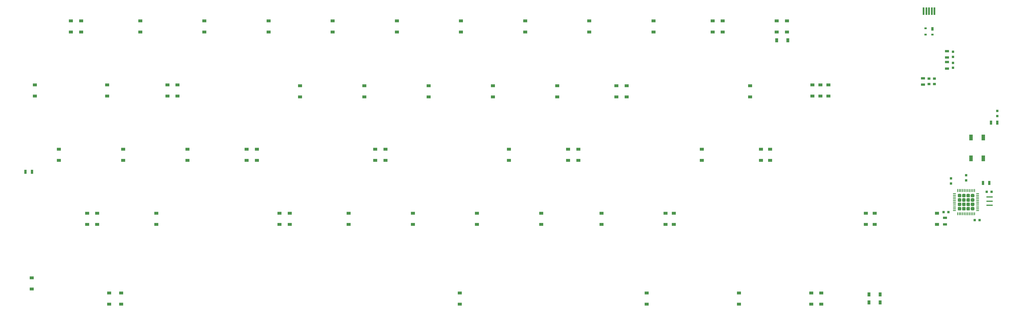
<source format=gbr>
%TF.GenerationSoftware,KiCad,Pcbnew,(5.1.10)-1*%
%TF.CreationDate,2022-05-31T16:30:17+07:00*%
%TF.ProjectId,Leopold Replacement,4c656f70-6f6c-4642-9052-65706c616365,rev?*%
%TF.SameCoordinates,Original*%
%TF.FileFunction,Paste,Bot*%
%TF.FilePolarity,Positive*%
%FSLAX46Y46*%
G04 Gerber Fmt 4.6, Leading zero omitted, Abs format (unit mm)*
G04 Created by KiCad (PCBNEW (5.1.10)-1) date 2022-05-31 16:30:17*
%MOMM*%
%LPD*%
G01*
G04 APERTURE LIST*
%ADD10R,0.950000X0.800000*%
%ADD11R,1.300000X0.700000*%
%ADD12R,1.200000X0.900000*%
%ADD13R,0.900000X1.200000*%
%ADD14R,0.700000X1.300000*%
%ADD15R,0.750000X0.800000*%
%ADD16R,1.900000X0.400000*%
%ADD17R,0.500000X2.250000*%
%ADD18R,0.700000X0.600000*%
%ADD19R,0.700000X1.000000*%
%ADD20R,1.100000X1.800000*%
%ADD21R,0.800000X0.750000*%
G04 APERTURE END LIST*
D10*
%TO.C,R4*%
X291704840Y-25964220D03*
X291704840Y-27614220D03*
%TD*%
%TO.C,R3*%
X293304840Y-25964220D03*
X293304840Y-27614220D03*
%TD*%
D11*
%TO.C,R9*%
X289918892Y-27739220D03*
X289918892Y-25839220D03*
%TD*%
D12*
%TO.C,D46*%
X238720932Y-28115800D03*
X238720932Y-31415800D03*
%TD*%
%TO.C,D42*%
X202120932Y-28115800D03*
X202120932Y-31415800D03*
%TD*%
%TO.C,D38*%
X199120932Y-28115800D03*
X199120932Y-31415800D03*
%TD*%
%TO.C,D34*%
X181570932Y-28115800D03*
X181570932Y-31415800D03*
%TD*%
%TO.C,D30*%
X162520932Y-28115800D03*
X162520932Y-31415800D03*
%TD*%
%TO.C,D26*%
X143470932Y-28115800D03*
X143470932Y-31415800D03*
%TD*%
%TO.C,D22*%
X124420932Y-28115800D03*
X124420932Y-31415800D03*
%TD*%
%TO.C,D18*%
X105370932Y-28115800D03*
X105370932Y-31415800D03*
%TD*%
%TO.C,D14*%
X69056656Y-27818142D03*
X69056656Y-31118142D03*
%TD*%
%TO.C,D10*%
X66080076Y-27818142D03*
X66080076Y-31118142D03*
%TD*%
%TO.C,D6*%
X48220596Y-27818142D03*
X48220596Y-31118142D03*
%TD*%
%TO.C,D2*%
X26789220Y-27818142D03*
X26789220Y-31118142D03*
%TD*%
%TO.C,D50*%
X257176512Y-27818142D03*
X257176512Y-31118142D03*
%TD*%
%TO.C,D51*%
X244674876Y-46868254D03*
X244674876Y-50168254D03*
%TD*%
D13*
%TO.C,D61*%
X249896772Y-14585242D03*
X246596772Y-14585242D03*
%TD*%
D12*
%TO.C,D62*%
X261939040Y-27818142D03*
X261939040Y-31118142D03*
%TD*%
D14*
%TO.C,R7*%
X312002610Y-38993198D03*
X310102610Y-38993198D03*
%TD*%
D11*
%TO.C,R2*%
X297062684Y-22976692D03*
X297062684Y-21076692D03*
%TD*%
%TO.C,R1*%
X297062684Y-19702454D03*
X297062684Y-17802454D03*
%TD*%
D15*
%TO.C,C8*%
X311945584Y-35564276D03*
X311945584Y-37064276D03*
%TD*%
%TO.C,C3*%
X298848632Y-21276692D03*
X298848632Y-22776692D03*
%TD*%
%TO.C,C2*%
X298848632Y-18002454D03*
X298848632Y-19502454D03*
%TD*%
%TO.C,C6*%
X302718186Y-54614388D03*
X302718186Y-56114388D03*
%TD*%
D12*
%TO.C,D3*%
X33934244Y-46868254D03*
X33934244Y-50168254D03*
%TD*%
%TO.C,D7*%
X52984244Y-46868254D03*
X52984244Y-50168254D03*
%TD*%
%TO.C,D43*%
X224434244Y-46868254D03*
X224434244Y-50168254D03*
%TD*%
%TO.C,D31*%
X167284244Y-46868254D03*
X167284244Y-50168254D03*
%TD*%
%TO.C,D27*%
X130684244Y-46868254D03*
X130684244Y-50168254D03*
%TD*%
%TO.C,D11*%
X72034244Y-46868254D03*
X72034244Y-50168254D03*
%TD*%
%TO.C,D23*%
X127684244Y-46868254D03*
X127684244Y-50168254D03*
%TD*%
%TO.C,D35*%
X184834244Y-46868254D03*
X184834244Y-50168254D03*
%TD*%
%TO.C,D15*%
X89584244Y-46868254D03*
X89584244Y-50168254D03*
%TD*%
%TO.C,D39*%
X187834244Y-46868254D03*
X187834244Y-50168254D03*
%TD*%
%TO.C,D47*%
X241995954Y-46868254D03*
X241995954Y-50168254D03*
%TD*%
%TO.C,D19*%
X92584244Y-46868254D03*
X92584244Y-50168254D03*
%TD*%
D16*
%TO.C,Y1*%
X309718186Y-61057760D03*
X309718186Y-62257760D03*
X309718186Y-63457760D03*
%TD*%
D17*
%TO.C,J1*%
X290150000Y-6000000D03*
X290950000Y-6000000D03*
X291750000Y-6000000D03*
X292550000Y-6000000D03*
X293350000Y-6000000D03*
%TD*%
D12*
%TO.C,D44*%
X213717367Y-65885000D03*
X213717367Y-69185000D03*
%TD*%
%TO.C,D40*%
X194707367Y-65885000D03*
X194707367Y-69185000D03*
%TD*%
D18*
%TO.C,U1*%
X290750000Y-12950000D03*
X292750000Y-12950000D03*
X290750000Y-11050000D03*
D19*
X292750000Y-11250000D03*
%TD*%
D12*
%TO.C,D70*%
X152698554Y-89433348D03*
X152698554Y-92733348D03*
%TD*%
%TO.C,D69*%
X256878854Y-89433348D03*
X256878854Y-92733348D03*
%TD*%
%TO.C,D68*%
X235447478Y-89433348D03*
X235447478Y-92733348D03*
%TD*%
%TO.C,D67*%
X208062942Y-89433348D03*
X208062942Y-92733348D03*
%TD*%
D13*
%TO.C,D66*%
X277281308Y-92273980D03*
X273981308Y-92273980D03*
%TD*%
%TO.C,D65*%
X277281308Y-89892716D03*
X273981308Y-89892716D03*
%TD*%
D12*
%TO.C,D64*%
X259855434Y-89433348D03*
X259855434Y-92733348D03*
%TD*%
%TO.C,D63*%
X52387808Y-89433348D03*
X52387808Y-92733348D03*
%TD*%
%TO.C,D60*%
X48815912Y-89433348D03*
X48815912Y-92733348D03*
%TD*%
%TO.C,D59*%
X25844500Y-84968478D03*
X25844500Y-88268478D03*
%TD*%
D20*
%TO.C,SW1*%
X304150000Y-49600000D03*
X307850000Y-43400000D03*
X307850000Y-49600000D03*
X304150000Y-43400000D03*
%TD*%
D12*
%TO.C,D24*%
X119812500Y-65885000D03*
X119812500Y-69185000D03*
%TD*%
%TO.C,D20*%
X99302500Y-65885000D03*
X99302500Y-69185000D03*
%TD*%
%TO.C,D28*%
X138822500Y-65885000D03*
X138822500Y-69185000D03*
%TD*%
%TO.C,D12*%
X62782500Y-65885000D03*
X62782500Y-69185000D03*
%TD*%
%TO.C,D16*%
X102302500Y-65885000D03*
X102302500Y-69185000D03*
%TD*%
%TO.C,D4*%
X45272500Y-65885000D03*
X45272500Y-69185000D03*
%TD*%
%TO.C,D8*%
X42272500Y-65885000D03*
X42272500Y-69185000D03*
%TD*%
%TO.C,D36*%
X176842500Y-65885000D03*
X176842500Y-69185000D03*
%TD*%
%TO.C,D32*%
X157832500Y-65885000D03*
X157832500Y-69185000D03*
%TD*%
%TO.C,D58*%
X273018750Y-69185000D03*
X273018750Y-65885000D03*
%TD*%
%TO.C,D52*%
X275629919Y-65885000D03*
X275629919Y-69185000D03*
%TD*%
%TO.C,D48*%
X216098619Y-65885000D03*
X216098619Y-69185000D03*
%TD*%
%TO.C,D56*%
X294084622Y-69185000D03*
X294084622Y-65885000D03*
%TD*%
%TO.C,D54*%
X259557776Y-27818142D03*
X259557776Y-31118142D03*
%TD*%
D14*
%TO.C,R8*%
X24053272Y-53578440D03*
X25953272Y-53578440D03*
%TD*%
%TO.C,U2*%
G36*
G01*
X300155686Y-58682760D02*
X300280686Y-58682760D01*
G75*
G02*
X300343186Y-58745260I0J-62500D01*
G01*
X300343186Y-59495260D01*
G75*
G02*
X300280686Y-59557760I-62500J0D01*
G01*
X300155686Y-59557760D01*
G75*
G02*
X300093186Y-59495260I0J62500D01*
G01*
X300093186Y-58745260D01*
G75*
G02*
X300155686Y-58682760I62500J0D01*
G01*
G37*
G36*
G01*
X300655686Y-58682760D02*
X300780686Y-58682760D01*
G75*
G02*
X300843186Y-58745260I0J-62500D01*
G01*
X300843186Y-59495260D01*
G75*
G02*
X300780686Y-59557760I-62500J0D01*
G01*
X300655686Y-59557760D01*
G75*
G02*
X300593186Y-59495260I0J62500D01*
G01*
X300593186Y-58745260D01*
G75*
G02*
X300655686Y-58682760I62500J0D01*
G01*
G37*
G36*
G01*
X301155686Y-58682760D02*
X301280686Y-58682760D01*
G75*
G02*
X301343186Y-58745260I0J-62500D01*
G01*
X301343186Y-59495260D01*
G75*
G02*
X301280686Y-59557760I-62500J0D01*
G01*
X301155686Y-59557760D01*
G75*
G02*
X301093186Y-59495260I0J62500D01*
G01*
X301093186Y-58745260D01*
G75*
G02*
X301155686Y-58682760I62500J0D01*
G01*
G37*
G36*
G01*
X301655686Y-58682760D02*
X301780686Y-58682760D01*
G75*
G02*
X301843186Y-58745260I0J-62500D01*
G01*
X301843186Y-59495260D01*
G75*
G02*
X301780686Y-59557760I-62500J0D01*
G01*
X301655686Y-59557760D01*
G75*
G02*
X301593186Y-59495260I0J62500D01*
G01*
X301593186Y-58745260D01*
G75*
G02*
X301655686Y-58682760I62500J0D01*
G01*
G37*
G36*
G01*
X302155686Y-58682760D02*
X302280686Y-58682760D01*
G75*
G02*
X302343186Y-58745260I0J-62500D01*
G01*
X302343186Y-59495260D01*
G75*
G02*
X302280686Y-59557760I-62500J0D01*
G01*
X302155686Y-59557760D01*
G75*
G02*
X302093186Y-59495260I0J62500D01*
G01*
X302093186Y-58745260D01*
G75*
G02*
X302155686Y-58682760I62500J0D01*
G01*
G37*
G36*
G01*
X302655686Y-58682760D02*
X302780686Y-58682760D01*
G75*
G02*
X302843186Y-58745260I0J-62500D01*
G01*
X302843186Y-59495260D01*
G75*
G02*
X302780686Y-59557760I-62500J0D01*
G01*
X302655686Y-59557760D01*
G75*
G02*
X302593186Y-59495260I0J62500D01*
G01*
X302593186Y-58745260D01*
G75*
G02*
X302655686Y-58682760I62500J0D01*
G01*
G37*
G36*
G01*
X303155686Y-58682760D02*
X303280686Y-58682760D01*
G75*
G02*
X303343186Y-58745260I0J-62500D01*
G01*
X303343186Y-59495260D01*
G75*
G02*
X303280686Y-59557760I-62500J0D01*
G01*
X303155686Y-59557760D01*
G75*
G02*
X303093186Y-59495260I0J62500D01*
G01*
X303093186Y-58745260D01*
G75*
G02*
X303155686Y-58682760I62500J0D01*
G01*
G37*
G36*
G01*
X303655686Y-58682760D02*
X303780686Y-58682760D01*
G75*
G02*
X303843186Y-58745260I0J-62500D01*
G01*
X303843186Y-59495260D01*
G75*
G02*
X303780686Y-59557760I-62500J0D01*
G01*
X303655686Y-59557760D01*
G75*
G02*
X303593186Y-59495260I0J62500D01*
G01*
X303593186Y-58745260D01*
G75*
G02*
X303655686Y-58682760I62500J0D01*
G01*
G37*
G36*
G01*
X304155686Y-58682760D02*
X304280686Y-58682760D01*
G75*
G02*
X304343186Y-58745260I0J-62500D01*
G01*
X304343186Y-59495260D01*
G75*
G02*
X304280686Y-59557760I-62500J0D01*
G01*
X304155686Y-59557760D01*
G75*
G02*
X304093186Y-59495260I0J62500D01*
G01*
X304093186Y-58745260D01*
G75*
G02*
X304155686Y-58682760I62500J0D01*
G01*
G37*
G36*
G01*
X304655686Y-58682760D02*
X304780686Y-58682760D01*
G75*
G02*
X304843186Y-58745260I0J-62500D01*
G01*
X304843186Y-59495260D01*
G75*
G02*
X304780686Y-59557760I-62500J0D01*
G01*
X304655686Y-59557760D01*
G75*
G02*
X304593186Y-59495260I0J62500D01*
G01*
X304593186Y-58745260D01*
G75*
G02*
X304655686Y-58682760I62500J0D01*
G01*
G37*
G36*
G01*
X305155686Y-58682760D02*
X305280686Y-58682760D01*
G75*
G02*
X305343186Y-58745260I0J-62500D01*
G01*
X305343186Y-59495260D01*
G75*
G02*
X305280686Y-59557760I-62500J0D01*
G01*
X305155686Y-59557760D01*
G75*
G02*
X305093186Y-59495260I0J62500D01*
G01*
X305093186Y-58745260D01*
G75*
G02*
X305155686Y-58682760I62500J0D01*
G01*
G37*
G36*
G01*
X305780686Y-59932760D02*
X306530686Y-59932760D01*
G75*
G02*
X306593186Y-59995260I0J-62500D01*
G01*
X306593186Y-60120260D01*
G75*
G02*
X306530686Y-60182760I-62500J0D01*
G01*
X305780686Y-60182760D01*
G75*
G02*
X305718186Y-60120260I0J62500D01*
G01*
X305718186Y-59995260D01*
G75*
G02*
X305780686Y-59932760I62500J0D01*
G01*
G37*
G36*
G01*
X305780686Y-60432760D02*
X306530686Y-60432760D01*
G75*
G02*
X306593186Y-60495260I0J-62500D01*
G01*
X306593186Y-60620260D01*
G75*
G02*
X306530686Y-60682760I-62500J0D01*
G01*
X305780686Y-60682760D01*
G75*
G02*
X305718186Y-60620260I0J62500D01*
G01*
X305718186Y-60495260D01*
G75*
G02*
X305780686Y-60432760I62500J0D01*
G01*
G37*
G36*
G01*
X305780686Y-60932760D02*
X306530686Y-60932760D01*
G75*
G02*
X306593186Y-60995260I0J-62500D01*
G01*
X306593186Y-61120260D01*
G75*
G02*
X306530686Y-61182760I-62500J0D01*
G01*
X305780686Y-61182760D01*
G75*
G02*
X305718186Y-61120260I0J62500D01*
G01*
X305718186Y-60995260D01*
G75*
G02*
X305780686Y-60932760I62500J0D01*
G01*
G37*
G36*
G01*
X305780686Y-61432760D02*
X306530686Y-61432760D01*
G75*
G02*
X306593186Y-61495260I0J-62500D01*
G01*
X306593186Y-61620260D01*
G75*
G02*
X306530686Y-61682760I-62500J0D01*
G01*
X305780686Y-61682760D01*
G75*
G02*
X305718186Y-61620260I0J62500D01*
G01*
X305718186Y-61495260D01*
G75*
G02*
X305780686Y-61432760I62500J0D01*
G01*
G37*
G36*
G01*
X305780686Y-61932760D02*
X306530686Y-61932760D01*
G75*
G02*
X306593186Y-61995260I0J-62500D01*
G01*
X306593186Y-62120260D01*
G75*
G02*
X306530686Y-62182760I-62500J0D01*
G01*
X305780686Y-62182760D01*
G75*
G02*
X305718186Y-62120260I0J62500D01*
G01*
X305718186Y-61995260D01*
G75*
G02*
X305780686Y-61932760I62500J0D01*
G01*
G37*
G36*
G01*
X305780686Y-62432760D02*
X306530686Y-62432760D01*
G75*
G02*
X306593186Y-62495260I0J-62500D01*
G01*
X306593186Y-62620260D01*
G75*
G02*
X306530686Y-62682760I-62500J0D01*
G01*
X305780686Y-62682760D01*
G75*
G02*
X305718186Y-62620260I0J62500D01*
G01*
X305718186Y-62495260D01*
G75*
G02*
X305780686Y-62432760I62500J0D01*
G01*
G37*
G36*
G01*
X305780686Y-62932760D02*
X306530686Y-62932760D01*
G75*
G02*
X306593186Y-62995260I0J-62500D01*
G01*
X306593186Y-63120260D01*
G75*
G02*
X306530686Y-63182760I-62500J0D01*
G01*
X305780686Y-63182760D01*
G75*
G02*
X305718186Y-63120260I0J62500D01*
G01*
X305718186Y-62995260D01*
G75*
G02*
X305780686Y-62932760I62500J0D01*
G01*
G37*
G36*
G01*
X305780686Y-63432760D02*
X306530686Y-63432760D01*
G75*
G02*
X306593186Y-63495260I0J-62500D01*
G01*
X306593186Y-63620260D01*
G75*
G02*
X306530686Y-63682760I-62500J0D01*
G01*
X305780686Y-63682760D01*
G75*
G02*
X305718186Y-63620260I0J62500D01*
G01*
X305718186Y-63495260D01*
G75*
G02*
X305780686Y-63432760I62500J0D01*
G01*
G37*
G36*
G01*
X305780686Y-63932760D02*
X306530686Y-63932760D01*
G75*
G02*
X306593186Y-63995260I0J-62500D01*
G01*
X306593186Y-64120260D01*
G75*
G02*
X306530686Y-64182760I-62500J0D01*
G01*
X305780686Y-64182760D01*
G75*
G02*
X305718186Y-64120260I0J62500D01*
G01*
X305718186Y-63995260D01*
G75*
G02*
X305780686Y-63932760I62500J0D01*
G01*
G37*
G36*
G01*
X305780686Y-64432760D02*
X306530686Y-64432760D01*
G75*
G02*
X306593186Y-64495260I0J-62500D01*
G01*
X306593186Y-64620260D01*
G75*
G02*
X306530686Y-64682760I-62500J0D01*
G01*
X305780686Y-64682760D01*
G75*
G02*
X305718186Y-64620260I0J62500D01*
G01*
X305718186Y-64495260D01*
G75*
G02*
X305780686Y-64432760I62500J0D01*
G01*
G37*
G36*
G01*
X305780686Y-64932760D02*
X306530686Y-64932760D01*
G75*
G02*
X306593186Y-64995260I0J-62500D01*
G01*
X306593186Y-65120260D01*
G75*
G02*
X306530686Y-65182760I-62500J0D01*
G01*
X305780686Y-65182760D01*
G75*
G02*
X305718186Y-65120260I0J62500D01*
G01*
X305718186Y-64995260D01*
G75*
G02*
X305780686Y-64932760I62500J0D01*
G01*
G37*
G36*
G01*
X305155686Y-65557760D02*
X305280686Y-65557760D01*
G75*
G02*
X305343186Y-65620260I0J-62500D01*
G01*
X305343186Y-66370260D01*
G75*
G02*
X305280686Y-66432760I-62500J0D01*
G01*
X305155686Y-66432760D01*
G75*
G02*
X305093186Y-66370260I0J62500D01*
G01*
X305093186Y-65620260D01*
G75*
G02*
X305155686Y-65557760I62500J0D01*
G01*
G37*
G36*
G01*
X304655686Y-65557760D02*
X304780686Y-65557760D01*
G75*
G02*
X304843186Y-65620260I0J-62500D01*
G01*
X304843186Y-66370260D01*
G75*
G02*
X304780686Y-66432760I-62500J0D01*
G01*
X304655686Y-66432760D01*
G75*
G02*
X304593186Y-66370260I0J62500D01*
G01*
X304593186Y-65620260D01*
G75*
G02*
X304655686Y-65557760I62500J0D01*
G01*
G37*
G36*
G01*
X304155686Y-65557760D02*
X304280686Y-65557760D01*
G75*
G02*
X304343186Y-65620260I0J-62500D01*
G01*
X304343186Y-66370260D01*
G75*
G02*
X304280686Y-66432760I-62500J0D01*
G01*
X304155686Y-66432760D01*
G75*
G02*
X304093186Y-66370260I0J62500D01*
G01*
X304093186Y-65620260D01*
G75*
G02*
X304155686Y-65557760I62500J0D01*
G01*
G37*
G36*
G01*
X303655686Y-65557760D02*
X303780686Y-65557760D01*
G75*
G02*
X303843186Y-65620260I0J-62500D01*
G01*
X303843186Y-66370260D01*
G75*
G02*
X303780686Y-66432760I-62500J0D01*
G01*
X303655686Y-66432760D01*
G75*
G02*
X303593186Y-66370260I0J62500D01*
G01*
X303593186Y-65620260D01*
G75*
G02*
X303655686Y-65557760I62500J0D01*
G01*
G37*
G36*
G01*
X303155686Y-65557760D02*
X303280686Y-65557760D01*
G75*
G02*
X303343186Y-65620260I0J-62500D01*
G01*
X303343186Y-66370260D01*
G75*
G02*
X303280686Y-66432760I-62500J0D01*
G01*
X303155686Y-66432760D01*
G75*
G02*
X303093186Y-66370260I0J62500D01*
G01*
X303093186Y-65620260D01*
G75*
G02*
X303155686Y-65557760I62500J0D01*
G01*
G37*
G36*
G01*
X302655686Y-65557760D02*
X302780686Y-65557760D01*
G75*
G02*
X302843186Y-65620260I0J-62500D01*
G01*
X302843186Y-66370260D01*
G75*
G02*
X302780686Y-66432760I-62500J0D01*
G01*
X302655686Y-66432760D01*
G75*
G02*
X302593186Y-66370260I0J62500D01*
G01*
X302593186Y-65620260D01*
G75*
G02*
X302655686Y-65557760I62500J0D01*
G01*
G37*
G36*
G01*
X302155686Y-65557760D02*
X302280686Y-65557760D01*
G75*
G02*
X302343186Y-65620260I0J-62500D01*
G01*
X302343186Y-66370260D01*
G75*
G02*
X302280686Y-66432760I-62500J0D01*
G01*
X302155686Y-66432760D01*
G75*
G02*
X302093186Y-66370260I0J62500D01*
G01*
X302093186Y-65620260D01*
G75*
G02*
X302155686Y-65557760I62500J0D01*
G01*
G37*
G36*
G01*
X301655686Y-65557760D02*
X301780686Y-65557760D01*
G75*
G02*
X301843186Y-65620260I0J-62500D01*
G01*
X301843186Y-66370260D01*
G75*
G02*
X301780686Y-66432760I-62500J0D01*
G01*
X301655686Y-66432760D01*
G75*
G02*
X301593186Y-66370260I0J62500D01*
G01*
X301593186Y-65620260D01*
G75*
G02*
X301655686Y-65557760I62500J0D01*
G01*
G37*
G36*
G01*
X301155686Y-65557760D02*
X301280686Y-65557760D01*
G75*
G02*
X301343186Y-65620260I0J-62500D01*
G01*
X301343186Y-66370260D01*
G75*
G02*
X301280686Y-66432760I-62500J0D01*
G01*
X301155686Y-66432760D01*
G75*
G02*
X301093186Y-66370260I0J62500D01*
G01*
X301093186Y-65620260D01*
G75*
G02*
X301155686Y-65557760I62500J0D01*
G01*
G37*
G36*
G01*
X300655686Y-65557760D02*
X300780686Y-65557760D01*
G75*
G02*
X300843186Y-65620260I0J-62500D01*
G01*
X300843186Y-66370260D01*
G75*
G02*
X300780686Y-66432760I-62500J0D01*
G01*
X300655686Y-66432760D01*
G75*
G02*
X300593186Y-66370260I0J62500D01*
G01*
X300593186Y-65620260D01*
G75*
G02*
X300655686Y-65557760I62500J0D01*
G01*
G37*
G36*
G01*
X300155686Y-65557760D02*
X300280686Y-65557760D01*
G75*
G02*
X300343186Y-65620260I0J-62500D01*
G01*
X300343186Y-66370260D01*
G75*
G02*
X300280686Y-66432760I-62500J0D01*
G01*
X300155686Y-66432760D01*
G75*
G02*
X300093186Y-66370260I0J62500D01*
G01*
X300093186Y-65620260D01*
G75*
G02*
X300155686Y-65557760I62500J0D01*
G01*
G37*
G36*
G01*
X298905686Y-64932760D02*
X299655686Y-64932760D01*
G75*
G02*
X299718186Y-64995260I0J-62500D01*
G01*
X299718186Y-65120260D01*
G75*
G02*
X299655686Y-65182760I-62500J0D01*
G01*
X298905686Y-65182760D01*
G75*
G02*
X298843186Y-65120260I0J62500D01*
G01*
X298843186Y-64995260D01*
G75*
G02*
X298905686Y-64932760I62500J0D01*
G01*
G37*
G36*
G01*
X298905686Y-64432760D02*
X299655686Y-64432760D01*
G75*
G02*
X299718186Y-64495260I0J-62500D01*
G01*
X299718186Y-64620260D01*
G75*
G02*
X299655686Y-64682760I-62500J0D01*
G01*
X298905686Y-64682760D01*
G75*
G02*
X298843186Y-64620260I0J62500D01*
G01*
X298843186Y-64495260D01*
G75*
G02*
X298905686Y-64432760I62500J0D01*
G01*
G37*
G36*
G01*
X298905686Y-63932760D02*
X299655686Y-63932760D01*
G75*
G02*
X299718186Y-63995260I0J-62500D01*
G01*
X299718186Y-64120260D01*
G75*
G02*
X299655686Y-64182760I-62500J0D01*
G01*
X298905686Y-64182760D01*
G75*
G02*
X298843186Y-64120260I0J62500D01*
G01*
X298843186Y-63995260D01*
G75*
G02*
X298905686Y-63932760I62500J0D01*
G01*
G37*
G36*
G01*
X298905686Y-63432760D02*
X299655686Y-63432760D01*
G75*
G02*
X299718186Y-63495260I0J-62500D01*
G01*
X299718186Y-63620260D01*
G75*
G02*
X299655686Y-63682760I-62500J0D01*
G01*
X298905686Y-63682760D01*
G75*
G02*
X298843186Y-63620260I0J62500D01*
G01*
X298843186Y-63495260D01*
G75*
G02*
X298905686Y-63432760I62500J0D01*
G01*
G37*
G36*
G01*
X298905686Y-62932760D02*
X299655686Y-62932760D01*
G75*
G02*
X299718186Y-62995260I0J-62500D01*
G01*
X299718186Y-63120260D01*
G75*
G02*
X299655686Y-63182760I-62500J0D01*
G01*
X298905686Y-63182760D01*
G75*
G02*
X298843186Y-63120260I0J62500D01*
G01*
X298843186Y-62995260D01*
G75*
G02*
X298905686Y-62932760I62500J0D01*
G01*
G37*
G36*
G01*
X298905686Y-62432760D02*
X299655686Y-62432760D01*
G75*
G02*
X299718186Y-62495260I0J-62500D01*
G01*
X299718186Y-62620260D01*
G75*
G02*
X299655686Y-62682760I-62500J0D01*
G01*
X298905686Y-62682760D01*
G75*
G02*
X298843186Y-62620260I0J62500D01*
G01*
X298843186Y-62495260D01*
G75*
G02*
X298905686Y-62432760I62500J0D01*
G01*
G37*
G36*
G01*
X298905686Y-61932760D02*
X299655686Y-61932760D01*
G75*
G02*
X299718186Y-61995260I0J-62500D01*
G01*
X299718186Y-62120260D01*
G75*
G02*
X299655686Y-62182760I-62500J0D01*
G01*
X298905686Y-62182760D01*
G75*
G02*
X298843186Y-62120260I0J62500D01*
G01*
X298843186Y-61995260D01*
G75*
G02*
X298905686Y-61932760I62500J0D01*
G01*
G37*
G36*
G01*
X298905686Y-61432760D02*
X299655686Y-61432760D01*
G75*
G02*
X299718186Y-61495260I0J-62500D01*
G01*
X299718186Y-61620260D01*
G75*
G02*
X299655686Y-61682760I-62500J0D01*
G01*
X298905686Y-61682760D01*
G75*
G02*
X298843186Y-61620260I0J62500D01*
G01*
X298843186Y-61495260D01*
G75*
G02*
X298905686Y-61432760I62500J0D01*
G01*
G37*
G36*
G01*
X298905686Y-60932760D02*
X299655686Y-60932760D01*
G75*
G02*
X299718186Y-60995260I0J-62500D01*
G01*
X299718186Y-61120260D01*
G75*
G02*
X299655686Y-61182760I-62500J0D01*
G01*
X298905686Y-61182760D01*
G75*
G02*
X298843186Y-61120260I0J62500D01*
G01*
X298843186Y-60995260D01*
G75*
G02*
X298905686Y-60932760I62500J0D01*
G01*
G37*
G36*
G01*
X298905686Y-60432760D02*
X299655686Y-60432760D01*
G75*
G02*
X299718186Y-60495260I0J-62500D01*
G01*
X299718186Y-60620260D01*
G75*
G02*
X299655686Y-60682760I-62500J0D01*
G01*
X298905686Y-60682760D01*
G75*
G02*
X298843186Y-60620260I0J62500D01*
G01*
X298843186Y-60495260D01*
G75*
G02*
X298905686Y-60432760I62500J0D01*
G01*
G37*
G36*
G01*
X298905686Y-59932760D02*
X299655686Y-59932760D01*
G75*
G02*
X299718186Y-59995260I0J-62500D01*
G01*
X299718186Y-60120260D01*
G75*
G02*
X299655686Y-60182760I-62500J0D01*
G01*
X298905686Y-60182760D01*
G75*
G02*
X298843186Y-60120260I0J62500D01*
G01*
X298843186Y-59995260D01*
G75*
G02*
X298905686Y-59932760I62500J0D01*
G01*
G37*
G36*
G01*
X300513186Y-60102760D02*
X301053186Y-60102760D01*
G75*
G02*
X301303186Y-60352760I0J-250000D01*
G01*
X301303186Y-60892760D01*
G75*
G02*
X301053186Y-61142760I-250000J0D01*
G01*
X300513186Y-61142760D01*
G75*
G02*
X300263186Y-60892760I0J250000D01*
G01*
X300263186Y-60352760D01*
G75*
G02*
X300513186Y-60102760I250000J0D01*
G01*
G37*
G36*
G01*
X301803186Y-60102760D02*
X302343186Y-60102760D01*
G75*
G02*
X302593186Y-60352760I0J-250000D01*
G01*
X302593186Y-60892760D01*
G75*
G02*
X302343186Y-61142760I-250000J0D01*
G01*
X301803186Y-61142760D01*
G75*
G02*
X301553186Y-60892760I0J250000D01*
G01*
X301553186Y-60352760D01*
G75*
G02*
X301803186Y-60102760I250000J0D01*
G01*
G37*
G36*
G01*
X303093186Y-60102760D02*
X303633186Y-60102760D01*
G75*
G02*
X303883186Y-60352760I0J-250000D01*
G01*
X303883186Y-60892760D01*
G75*
G02*
X303633186Y-61142760I-250000J0D01*
G01*
X303093186Y-61142760D01*
G75*
G02*
X302843186Y-60892760I0J250000D01*
G01*
X302843186Y-60352760D01*
G75*
G02*
X303093186Y-60102760I250000J0D01*
G01*
G37*
G36*
G01*
X304383186Y-60102760D02*
X304923186Y-60102760D01*
G75*
G02*
X305173186Y-60352760I0J-250000D01*
G01*
X305173186Y-60892760D01*
G75*
G02*
X304923186Y-61142760I-250000J0D01*
G01*
X304383186Y-61142760D01*
G75*
G02*
X304133186Y-60892760I0J250000D01*
G01*
X304133186Y-60352760D01*
G75*
G02*
X304383186Y-60102760I250000J0D01*
G01*
G37*
G36*
G01*
X300513186Y-61392760D02*
X301053186Y-61392760D01*
G75*
G02*
X301303186Y-61642760I0J-250000D01*
G01*
X301303186Y-62182760D01*
G75*
G02*
X301053186Y-62432760I-250000J0D01*
G01*
X300513186Y-62432760D01*
G75*
G02*
X300263186Y-62182760I0J250000D01*
G01*
X300263186Y-61642760D01*
G75*
G02*
X300513186Y-61392760I250000J0D01*
G01*
G37*
G36*
G01*
X301803186Y-61392760D02*
X302343186Y-61392760D01*
G75*
G02*
X302593186Y-61642760I0J-250000D01*
G01*
X302593186Y-62182760D01*
G75*
G02*
X302343186Y-62432760I-250000J0D01*
G01*
X301803186Y-62432760D01*
G75*
G02*
X301553186Y-62182760I0J250000D01*
G01*
X301553186Y-61642760D01*
G75*
G02*
X301803186Y-61392760I250000J0D01*
G01*
G37*
G36*
G01*
X303093186Y-61392760D02*
X303633186Y-61392760D01*
G75*
G02*
X303883186Y-61642760I0J-250000D01*
G01*
X303883186Y-62182760D01*
G75*
G02*
X303633186Y-62432760I-250000J0D01*
G01*
X303093186Y-62432760D01*
G75*
G02*
X302843186Y-62182760I0J250000D01*
G01*
X302843186Y-61642760D01*
G75*
G02*
X303093186Y-61392760I250000J0D01*
G01*
G37*
G36*
G01*
X304383186Y-61392760D02*
X304923186Y-61392760D01*
G75*
G02*
X305173186Y-61642760I0J-250000D01*
G01*
X305173186Y-62182760D01*
G75*
G02*
X304923186Y-62432760I-250000J0D01*
G01*
X304383186Y-62432760D01*
G75*
G02*
X304133186Y-62182760I0J250000D01*
G01*
X304133186Y-61642760D01*
G75*
G02*
X304383186Y-61392760I250000J0D01*
G01*
G37*
G36*
G01*
X300513186Y-62682760D02*
X301053186Y-62682760D01*
G75*
G02*
X301303186Y-62932760I0J-250000D01*
G01*
X301303186Y-63472760D01*
G75*
G02*
X301053186Y-63722760I-250000J0D01*
G01*
X300513186Y-63722760D01*
G75*
G02*
X300263186Y-63472760I0J250000D01*
G01*
X300263186Y-62932760D01*
G75*
G02*
X300513186Y-62682760I250000J0D01*
G01*
G37*
G36*
G01*
X301803186Y-62682760D02*
X302343186Y-62682760D01*
G75*
G02*
X302593186Y-62932760I0J-250000D01*
G01*
X302593186Y-63472760D01*
G75*
G02*
X302343186Y-63722760I-250000J0D01*
G01*
X301803186Y-63722760D01*
G75*
G02*
X301553186Y-63472760I0J250000D01*
G01*
X301553186Y-62932760D01*
G75*
G02*
X301803186Y-62682760I250000J0D01*
G01*
G37*
G36*
G01*
X303093186Y-62682760D02*
X303633186Y-62682760D01*
G75*
G02*
X303883186Y-62932760I0J-250000D01*
G01*
X303883186Y-63472760D01*
G75*
G02*
X303633186Y-63722760I-250000J0D01*
G01*
X303093186Y-63722760D01*
G75*
G02*
X302843186Y-63472760I0J250000D01*
G01*
X302843186Y-62932760D01*
G75*
G02*
X303093186Y-62682760I250000J0D01*
G01*
G37*
G36*
G01*
X304383186Y-62682760D02*
X304923186Y-62682760D01*
G75*
G02*
X305173186Y-62932760I0J-250000D01*
G01*
X305173186Y-63472760D01*
G75*
G02*
X304923186Y-63722760I-250000J0D01*
G01*
X304383186Y-63722760D01*
G75*
G02*
X304133186Y-63472760I0J250000D01*
G01*
X304133186Y-62932760D01*
G75*
G02*
X304383186Y-62682760I250000J0D01*
G01*
G37*
G36*
G01*
X300513186Y-63972760D02*
X301053186Y-63972760D01*
G75*
G02*
X301303186Y-64222760I0J-250000D01*
G01*
X301303186Y-64762760D01*
G75*
G02*
X301053186Y-65012760I-250000J0D01*
G01*
X300513186Y-65012760D01*
G75*
G02*
X300263186Y-64762760I0J250000D01*
G01*
X300263186Y-64222760D01*
G75*
G02*
X300513186Y-63972760I250000J0D01*
G01*
G37*
G36*
G01*
X301803186Y-63972760D02*
X302343186Y-63972760D01*
G75*
G02*
X302593186Y-64222760I0J-250000D01*
G01*
X302593186Y-64762760D01*
G75*
G02*
X302343186Y-65012760I-250000J0D01*
G01*
X301803186Y-65012760D01*
G75*
G02*
X301553186Y-64762760I0J250000D01*
G01*
X301553186Y-64222760D01*
G75*
G02*
X301803186Y-63972760I250000J0D01*
G01*
G37*
G36*
G01*
X303093186Y-63972760D02*
X303633186Y-63972760D01*
G75*
G02*
X303883186Y-64222760I0J-250000D01*
G01*
X303883186Y-64762760D01*
G75*
G02*
X303633186Y-65012760I-250000J0D01*
G01*
X303093186Y-65012760D01*
G75*
G02*
X302843186Y-64762760I0J250000D01*
G01*
X302843186Y-64222760D01*
G75*
G02*
X303093186Y-63972760I250000J0D01*
G01*
G37*
G36*
G01*
X304383186Y-63972760D02*
X304923186Y-63972760D01*
G75*
G02*
X305173186Y-64222760I0J-250000D01*
G01*
X305173186Y-64762760D01*
G75*
G02*
X304923186Y-65012760I-250000J0D01*
G01*
X304383186Y-65012760D01*
G75*
G02*
X304133186Y-64762760I0J250000D01*
G01*
X304133186Y-64222760D01*
G75*
G02*
X304383186Y-63972760I250000J0D01*
G01*
G37*
%TD*%
D11*
%TO.C,R6*%
X296467368Y-67213682D03*
X296467368Y-69113682D03*
%TD*%
D14*
%TO.C,R5*%
X309621346Y-56852678D03*
X307721346Y-56852678D03*
%TD*%
D12*
%TO.C,D57*%
X246630000Y-8855000D03*
X246630000Y-12155000D03*
%TD*%
%TO.C,D53*%
X249630000Y-8855000D03*
X249630000Y-12155000D03*
%TD*%
%TO.C,D49*%
X230620000Y-8855000D03*
X230620000Y-12155000D03*
%TD*%
%TO.C,D45*%
X227620000Y-8855000D03*
X227620000Y-12155000D03*
%TD*%
%TO.C,D41*%
X210110000Y-8855000D03*
X210110000Y-12155000D03*
%TD*%
%TO.C,D37*%
X191100000Y-8855000D03*
X191100000Y-12155000D03*
%TD*%
%TO.C,D33*%
X172090000Y-8855000D03*
X172090000Y-12155000D03*
%TD*%
%TO.C,D29*%
X153080000Y-8855000D03*
X153080000Y-12155000D03*
%TD*%
%TO.C,D25*%
X134070000Y-8855000D03*
X134070000Y-12155000D03*
%TD*%
%TO.C,D21*%
X115060000Y-8855000D03*
X115060000Y-12155000D03*
%TD*%
%TO.C,D17*%
X96050000Y-8855000D03*
X96050000Y-12155000D03*
%TD*%
%TO.C,D13*%
X77040000Y-8855000D03*
X77040000Y-12155000D03*
%TD*%
%TO.C,D9*%
X58030000Y-8855000D03*
X58030000Y-12155000D03*
%TD*%
%TO.C,D5*%
X37520000Y-8855000D03*
X37520000Y-12155000D03*
%TD*%
%TO.C,D1*%
X40520000Y-8855000D03*
X40520000Y-12155000D03*
%TD*%
D21*
%TO.C,C7*%
X305242424Y-67866024D03*
X306742424Y-67866024D03*
%TD*%
%TO.C,C5*%
X297515026Y-65484760D03*
X296015026Y-65484760D03*
%TD*%
%TO.C,C4*%
X308814320Y-59531600D03*
X310314320Y-59531600D03*
%TD*%
D15*
%TO.C,C1*%
X298253316Y-57007362D03*
X298253316Y-55507362D03*
%TD*%
M02*

</source>
